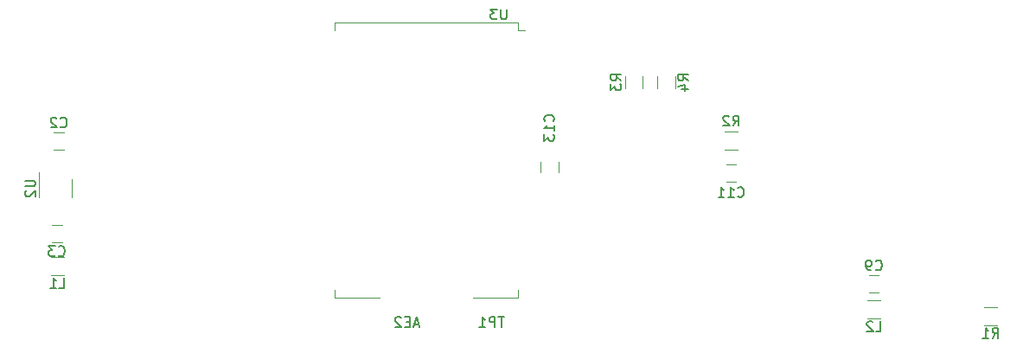
<source format=gbo>
G04 #@! TF.GenerationSoftware,KiCad,Pcbnew,(5.0.0)*
G04 #@! TF.CreationDate,2019-02-24T05:38:12+01:00*
G04 #@! TF.ProjectId,lofence,6C6F66656E63652E6B696361645F7063,rev?*
G04 #@! TF.SameCoordinates,Original*
G04 #@! TF.FileFunction,Legend,Bot*
G04 #@! TF.FilePolarity,Positive*
%FSLAX46Y46*%
G04 Gerber Fmt 4.6, Leading zero omitted, Abs format (unit mm)*
G04 Created by KiCad (PCBNEW (5.0.0)) date 02/24/19 05:38:12*
%MOMM*%
%LPD*%
G01*
G04 APERTURE LIST*
%ADD10C,0.120000*%
%ADD11C,0.150000*%
G04 APERTURE END LIST*
D10*
G04 #@! TO.C,C9*
X144280000Y-75985000D02*
X145280000Y-75985000D01*
X145280000Y-77685000D02*
X144280000Y-77685000D01*
G04 #@! TO.C,C11*
X130310000Y-65190000D02*
X131310000Y-65190000D01*
X131310000Y-66890000D02*
X130310000Y-66890000D01*
G04 #@! TO.C,C13*
X112180000Y-65905000D02*
X112180000Y-64905000D01*
X113880000Y-64905000D02*
X113880000Y-65905000D01*
G04 #@! TO.C,R1*
X156810000Y-79130000D02*
X155610000Y-79130000D01*
X155610000Y-80890000D02*
X156810000Y-80890000D01*
G04 #@! TO.C,R2*
X131410000Y-61985000D02*
X130210000Y-61985000D01*
X130210000Y-63745000D02*
X131410000Y-63745000D01*
G04 #@! TO.C,R3*
X122165000Y-57750000D02*
X122165000Y-56550000D01*
X120405000Y-56550000D02*
X120405000Y-57750000D01*
G04 #@! TO.C,R4*
X123580000Y-56550000D02*
X123580000Y-57750000D01*
X125340000Y-57750000D02*
X125340000Y-56550000D01*
G04 #@! TO.C,U3*
X109965000Y-52020000D02*
X110617000Y-52020000D01*
X91965000Y-78210000D02*
X91965000Y-77470000D01*
X96393000Y-78210000D02*
X91965000Y-78210000D01*
X109965000Y-78210000D02*
X105537000Y-78210000D01*
X109965000Y-77470000D02*
X109965000Y-78210000D01*
X91965000Y-51330000D02*
X91965000Y-52020000D01*
X109965000Y-51330000D02*
X91965000Y-51330000D01*
X109965000Y-52020000D02*
X109965000Y-51330000D01*
G04 #@! TO.C,U2*
X66254502Y-66622653D02*
X66254502Y-68422653D01*
X63034502Y-68422653D02*
X63034502Y-65972653D01*
G04 #@! TO.C,L1*
X65450000Y-74238172D02*
X64250000Y-74238172D01*
X64250000Y-75998172D02*
X65450000Y-75998172D01*
G04 #@! TO.C,L2*
X145380000Y-78495000D02*
X144180000Y-78495000D01*
X144180000Y-80255000D02*
X145380000Y-80255000D01*
G04 #@! TO.C,C2*
X64463341Y-62015000D02*
X65463341Y-62015000D01*
X65463341Y-63715000D02*
X64463341Y-63715000D01*
G04 #@! TO.C,C3*
X65290000Y-72817653D02*
X64290000Y-72817653D01*
X64290000Y-71117653D02*
X65290000Y-71117653D01*
G04 #@! TO.C,C9*
D11*
X144946666Y-75442142D02*
X144994285Y-75489761D01*
X145137142Y-75537380D01*
X145232380Y-75537380D01*
X145375238Y-75489761D01*
X145470476Y-75394523D01*
X145518095Y-75299285D01*
X145565714Y-75108809D01*
X145565714Y-74965952D01*
X145518095Y-74775476D01*
X145470476Y-74680238D01*
X145375238Y-74585000D01*
X145232380Y-74537380D01*
X145137142Y-74537380D01*
X144994285Y-74585000D01*
X144946666Y-74632619D01*
X144470476Y-75537380D02*
X144280000Y-75537380D01*
X144184761Y-75489761D01*
X144137142Y-75442142D01*
X144041904Y-75299285D01*
X143994285Y-75108809D01*
X143994285Y-74727857D01*
X144041904Y-74632619D01*
X144089523Y-74585000D01*
X144184761Y-74537380D01*
X144375238Y-74537380D01*
X144470476Y-74585000D01*
X144518095Y-74632619D01*
X144565714Y-74727857D01*
X144565714Y-74965952D01*
X144518095Y-75061190D01*
X144470476Y-75108809D01*
X144375238Y-75156428D01*
X144184761Y-75156428D01*
X144089523Y-75108809D01*
X144041904Y-75061190D01*
X143994285Y-74965952D01*
G04 #@! TO.C,C11*
X131452857Y-68302142D02*
X131500476Y-68349761D01*
X131643333Y-68397380D01*
X131738571Y-68397380D01*
X131881428Y-68349761D01*
X131976666Y-68254523D01*
X132024285Y-68159285D01*
X132071904Y-67968809D01*
X132071904Y-67825952D01*
X132024285Y-67635476D01*
X131976666Y-67540238D01*
X131881428Y-67445000D01*
X131738571Y-67397380D01*
X131643333Y-67397380D01*
X131500476Y-67445000D01*
X131452857Y-67492619D01*
X130500476Y-68397380D02*
X131071904Y-68397380D01*
X130786190Y-68397380D02*
X130786190Y-67397380D01*
X130881428Y-67540238D01*
X130976666Y-67635476D01*
X131071904Y-67683095D01*
X129548095Y-68397380D02*
X130119523Y-68397380D01*
X129833809Y-68397380D02*
X129833809Y-67397380D01*
X129929047Y-67540238D01*
X130024285Y-67635476D01*
X130119523Y-67683095D01*
G04 #@! TO.C,C13*
X113387142Y-60952142D02*
X113434761Y-60904523D01*
X113482380Y-60761666D01*
X113482380Y-60666428D01*
X113434761Y-60523571D01*
X113339523Y-60428333D01*
X113244285Y-60380714D01*
X113053809Y-60333095D01*
X112910952Y-60333095D01*
X112720476Y-60380714D01*
X112625238Y-60428333D01*
X112530000Y-60523571D01*
X112482380Y-60666428D01*
X112482380Y-60761666D01*
X112530000Y-60904523D01*
X112577619Y-60952142D01*
X113482380Y-61904523D02*
X113482380Y-61333095D01*
X113482380Y-61618809D02*
X112482380Y-61618809D01*
X112625238Y-61523571D01*
X112720476Y-61428333D01*
X112768095Y-61333095D01*
X112482380Y-62237857D02*
X112482380Y-62856904D01*
X112863333Y-62523571D01*
X112863333Y-62666428D01*
X112910952Y-62761666D01*
X112958571Y-62809285D01*
X113053809Y-62856904D01*
X113291904Y-62856904D01*
X113387142Y-62809285D01*
X113434761Y-62761666D01*
X113482380Y-62666428D01*
X113482380Y-62380714D01*
X113434761Y-62285476D01*
X113387142Y-62237857D01*
G04 #@! TO.C,R1*
X156376666Y-82162380D02*
X156710000Y-81686190D01*
X156948095Y-82162380D02*
X156948095Y-81162380D01*
X156567142Y-81162380D01*
X156471904Y-81210000D01*
X156424285Y-81257619D01*
X156376666Y-81352857D01*
X156376666Y-81495714D01*
X156424285Y-81590952D01*
X156471904Y-81638571D01*
X156567142Y-81686190D01*
X156948095Y-81686190D01*
X155424285Y-82162380D02*
X155995714Y-82162380D01*
X155710000Y-82162380D02*
X155710000Y-81162380D01*
X155805238Y-81305238D01*
X155900476Y-81400476D01*
X155995714Y-81448095D01*
G04 #@! TO.C,R2*
X130976666Y-61412380D02*
X131310000Y-60936190D01*
X131548095Y-61412380D02*
X131548095Y-60412380D01*
X131167142Y-60412380D01*
X131071904Y-60460000D01*
X131024285Y-60507619D01*
X130976666Y-60602857D01*
X130976666Y-60745714D01*
X131024285Y-60840952D01*
X131071904Y-60888571D01*
X131167142Y-60936190D01*
X131548095Y-60936190D01*
X130595714Y-60507619D02*
X130548095Y-60460000D01*
X130452857Y-60412380D01*
X130214761Y-60412380D01*
X130119523Y-60460000D01*
X130071904Y-60507619D01*
X130024285Y-60602857D01*
X130024285Y-60698095D01*
X130071904Y-60840952D01*
X130643333Y-61412380D01*
X130024285Y-61412380D01*
G04 #@! TO.C,R3*
X120037380Y-56983333D02*
X119561190Y-56650000D01*
X120037380Y-56411904D02*
X119037380Y-56411904D01*
X119037380Y-56792857D01*
X119085000Y-56888095D01*
X119132619Y-56935714D01*
X119227857Y-56983333D01*
X119370714Y-56983333D01*
X119465952Y-56935714D01*
X119513571Y-56888095D01*
X119561190Y-56792857D01*
X119561190Y-56411904D01*
X119037380Y-57316666D02*
X119037380Y-57935714D01*
X119418333Y-57602380D01*
X119418333Y-57745238D01*
X119465952Y-57840476D01*
X119513571Y-57888095D01*
X119608809Y-57935714D01*
X119846904Y-57935714D01*
X119942142Y-57888095D01*
X119989761Y-57840476D01*
X120037380Y-57745238D01*
X120037380Y-57459523D01*
X119989761Y-57364285D01*
X119942142Y-57316666D01*
G04 #@! TO.C,R4*
X126612380Y-56983333D02*
X126136190Y-56650000D01*
X126612380Y-56411904D02*
X125612380Y-56411904D01*
X125612380Y-56792857D01*
X125660000Y-56888095D01*
X125707619Y-56935714D01*
X125802857Y-56983333D01*
X125945714Y-56983333D01*
X126040952Y-56935714D01*
X126088571Y-56888095D01*
X126136190Y-56792857D01*
X126136190Y-56411904D01*
X125945714Y-57840476D02*
X126612380Y-57840476D01*
X125564761Y-57602380D02*
X126279047Y-57364285D01*
X126279047Y-57983333D01*
G04 #@! TO.C,U3*
X108838904Y-49998380D02*
X108838904Y-50807904D01*
X108791285Y-50903142D01*
X108743666Y-50950761D01*
X108648428Y-50998380D01*
X108457952Y-50998380D01*
X108362714Y-50950761D01*
X108315095Y-50903142D01*
X108267476Y-50807904D01*
X108267476Y-49998380D01*
X107886523Y-49998380D02*
X107267476Y-49998380D01*
X107600809Y-50379333D01*
X107457952Y-50379333D01*
X107362714Y-50426952D01*
X107315095Y-50474571D01*
X107267476Y-50569809D01*
X107267476Y-50807904D01*
X107315095Y-50903142D01*
X107362714Y-50950761D01*
X107457952Y-50998380D01*
X107743666Y-50998380D01*
X107838904Y-50950761D01*
X107886523Y-50903142D01*
G04 #@! TO.C,U2*
X61682380Y-66760748D02*
X62491904Y-66760748D01*
X62587142Y-66808367D01*
X62634761Y-66855986D01*
X62682380Y-66951224D01*
X62682380Y-67141700D01*
X62634761Y-67236938D01*
X62587142Y-67284557D01*
X62491904Y-67332176D01*
X61682380Y-67332176D01*
X61777619Y-67760748D02*
X61730000Y-67808367D01*
X61682380Y-67903605D01*
X61682380Y-68141700D01*
X61730000Y-68236938D01*
X61777619Y-68284557D01*
X61872857Y-68332176D01*
X61968095Y-68332176D01*
X62110952Y-68284557D01*
X62682380Y-67713129D01*
X62682380Y-68332176D01*
G04 #@! TO.C,L1*
X65016666Y-77270552D02*
X65492857Y-77270552D01*
X65492857Y-76270552D01*
X64159523Y-77270552D02*
X64730952Y-77270552D01*
X64445238Y-77270552D02*
X64445238Y-76270552D01*
X64540476Y-76413410D01*
X64635714Y-76508648D01*
X64730952Y-76556267D01*
G04 #@! TO.C,L2*
X144946666Y-81527380D02*
X145422857Y-81527380D01*
X145422857Y-80527380D01*
X144660952Y-80622619D02*
X144613333Y-80575000D01*
X144518095Y-80527380D01*
X144280000Y-80527380D01*
X144184761Y-80575000D01*
X144137142Y-80622619D01*
X144089523Y-80717857D01*
X144089523Y-80813095D01*
X144137142Y-80955952D01*
X144708571Y-81527380D01*
X144089523Y-81527380D01*
G04 #@! TO.C,C2*
X65130007Y-61472142D02*
X65177626Y-61519761D01*
X65320483Y-61567380D01*
X65415721Y-61567380D01*
X65558579Y-61519761D01*
X65653817Y-61424523D01*
X65701436Y-61329285D01*
X65749055Y-61138809D01*
X65749055Y-60995952D01*
X65701436Y-60805476D01*
X65653817Y-60710238D01*
X65558579Y-60615000D01*
X65415721Y-60567380D01*
X65320483Y-60567380D01*
X65177626Y-60615000D01*
X65130007Y-60662619D01*
X64749055Y-60662619D02*
X64701436Y-60615000D01*
X64606198Y-60567380D01*
X64368102Y-60567380D01*
X64272864Y-60615000D01*
X64225245Y-60662619D01*
X64177626Y-60757857D01*
X64177626Y-60853095D01*
X64225245Y-60995952D01*
X64796674Y-61567380D01*
X64177626Y-61567380D01*
G04 #@! TO.C,C3*
X64956666Y-74074795D02*
X65004285Y-74122414D01*
X65147142Y-74170033D01*
X65242380Y-74170033D01*
X65385238Y-74122414D01*
X65480476Y-74027176D01*
X65528095Y-73931938D01*
X65575714Y-73741462D01*
X65575714Y-73598605D01*
X65528095Y-73408129D01*
X65480476Y-73312891D01*
X65385238Y-73217653D01*
X65242380Y-73170033D01*
X65147142Y-73170033D01*
X65004285Y-73217653D01*
X64956666Y-73265272D01*
X64623333Y-73170033D02*
X64004285Y-73170033D01*
X64337619Y-73550986D01*
X64194761Y-73550986D01*
X64099523Y-73598605D01*
X64051904Y-73646224D01*
X64004285Y-73741462D01*
X64004285Y-73979557D01*
X64051904Y-74074795D01*
X64099523Y-74122414D01*
X64194761Y-74170033D01*
X64480476Y-74170033D01*
X64575714Y-74122414D01*
X64623333Y-74074795D01*
G04 #@! TO.C,AE2*
X100226666Y-80811666D02*
X99750476Y-80811666D01*
X100321904Y-81097380D02*
X99988571Y-80097380D01*
X99655238Y-81097380D01*
X99321904Y-80573571D02*
X98988571Y-80573571D01*
X98845714Y-81097380D02*
X99321904Y-81097380D01*
X99321904Y-80097380D01*
X98845714Y-80097380D01*
X98464761Y-80192619D02*
X98417142Y-80145000D01*
X98321904Y-80097380D01*
X98083809Y-80097380D01*
X97988571Y-80145000D01*
X97940952Y-80192619D01*
X97893333Y-80287857D01*
X97893333Y-80383095D01*
X97940952Y-80525952D01*
X98512380Y-81097380D01*
X97893333Y-81097380D01*
G04 #@! TO.C,TP1*
X108576904Y-80097380D02*
X108005476Y-80097380D01*
X108291190Y-81097380D02*
X108291190Y-80097380D01*
X107672142Y-81097380D02*
X107672142Y-80097380D01*
X107291190Y-80097380D01*
X107195952Y-80145000D01*
X107148333Y-80192619D01*
X107100714Y-80287857D01*
X107100714Y-80430714D01*
X107148333Y-80525952D01*
X107195952Y-80573571D01*
X107291190Y-80621190D01*
X107672142Y-80621190D01*
X106148333Y-81097380D02*
X106719761Y-81097380D01*
X106434047Y-81097380D02*
X106434047Y-80097380D01*
X106529285Y-80240238D01*
X106624523Y-80335476D01*
X106719761Y-80383095D01*
G04 #@! TD*
M02*

</source>
